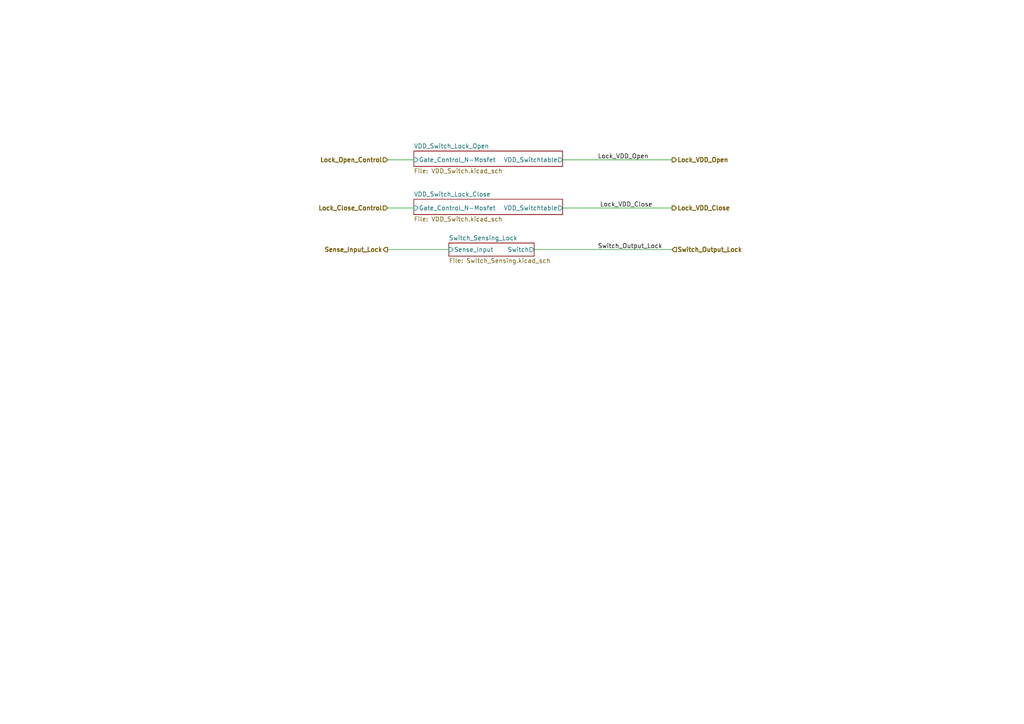
<source format=kicad_sch>
(kicad_sch (version 20230121) (generator eeschema)
  (paper "A4")
  (lib_symbols)
  (wire (pts (xy 112.395 60.325) (xy 120.015 60.325)))
  (wire (pts (xy 163.195 60.325) (xy 194.945 60.325)))
  (wire (pts (xy 112.395 46.355) (xy 120.015 46.355)))
  (wire (pts (xy 163.195 46.355) (xy 194.945 46.355)))
  (wire (pts (xy 154.94 72.39) (xy 194.945 72.39)))
  (wire (pts (xy 112.395 72.39) (xy 130.175 72.39)))
  (label "Lock_VDD_Close" (at 173.99 60.325 0))
  (label "Switch_Output_Lock" (at 173.355 72.39 0))
  (label "Lock_VDD_Open" (at 173.355 46.355 0))
  (hierarchical_label "Lock_Close_Control" (shape input) (at 112.395 60.325 180) (effects (font bold)))
  (hierarchical_label "Lock_VDD_Close" (shape output) (at 194.945 60.325 0) (effects (font bold)))
  (hierarchical_label "Lock_VDD_Open" (shape output) (at 194.945 46.355 0) (effects (font bold)))
  (hierarchical_label "Switch_Output_Lock" (shape input) (at 194.945 72.39 0) (effects (font bold)))
  (hierarchical_label "Sense_Input_Lock" (shape output) (at 112.395 72.39 180) (effects (font bold)))
  (hierarchical_label "Lock_Open_Control" (shape input) (at 112.395 46.355 180) (effects (font bold)))
  (sheet (at 120.015 43.815) (size 43.18 4.445) (stroke (width 0.1524))
    (property "Sheetname" "VDD_Switch_Lock_Open" (at 120.015 43.1034 0) (effects (justify left bottom)))
    (property "Sheetfile" "VDD_Switch.kicad_sch" (at 120.015 48.8446 0) (effects (justify left top)))
    (pin "Gate_Control_N-Mosfet" input (at 120.015 46.355 180))
    (pin "VDD_Switchtable" output (at 163.195 46.355 0))
  )
  (sheet (at 120.015 57.785) (size 43.18 4.445) (stroke (width 0.1524))
    (property "Sheetname" "VDD_Switch_Lock_Close" (at 120.015 57.0734 0) (effects (justify left bottom)))
    (property "Sheetfile" "VDD_Switch.kicad_sch" (at 120.015 62.8146 0) (effects (justify left top)))
    (pin "Gate_Control_N-Mosfet" input (at 120.015 60.325 180))
    (pin "VDD_Switchtable" output (at 163.195 60.325 0))
  )
  (sheet (at 130.175 70.485) (size 24.765 3.81) (stroke (width 0.1524))
    (property "Sheetname" "Switch_Sensing_Lock" (at 130.175 69.7734 0) (effects (justify left bottom)))
    (property "Sheetfile" "Switch_Sensing.kicad_sch" (at 130.175 74.8796 0) (effects (justify left top)))
    (pin "Sense_Input" input (at 130.175 72.39 180))
    (pin "Switch" output (at 154.94 72.39 0))
  )
)
</source>
